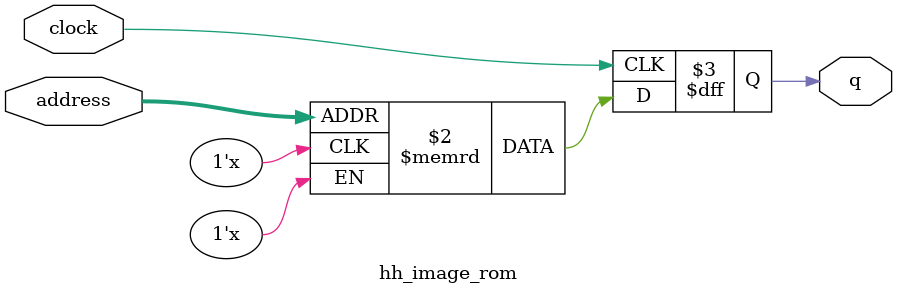
<source format=sv>
module hh_image_rom (
	input logic clock,
	input logic [10:0] address,
	output logic [0:0] q
);

logic [0:0] memory [0:1224] /* synthesis ram_init_file = "./hh_image/hh_image.mif" */;

always_ff @ (posedge clock) begin
	q <= memory[address];
end

endmodule

</source>
